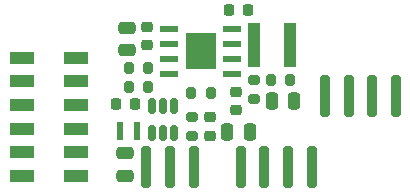
<source format=gbr>
%TF.GenerationSoftware,KiCad,Pcbnew,8.0.4*%
%TF.CreationDate,2024-12-12T19:09:38+08:00*%
%TF.ProjectId,SB-fan-board,53422d66-616e-42d6-926f-6172642e6b69,B0*%
%TF.SameCoordinates,Original*%
%TF.FileFunction,Paste,Top*%
%TF.FilePolarity,Positive*%
%FSLAX46Y46*%
G04 Gerber Fmt 4.6, Leading zero omitted, Abs format (unit mm)*
G04 Created by KiCad (PCBNEW 8.0.4) date 2024-12-12 19:09:38*
%MOMM*%
%LPD*%
G01*
G04 APERTURE LIST*
G04 Aperture macros list*
%AMRoundRect*
0 Rectangle with rounded corners*
0 $1 Rounding radius*
0 $2 $3 $4 $5 $6 $7 $8 $9 X,Y pos of 4 corners*
0 Add a 4 corners polygon primitive as box body*
4,1,4,$2,$3,$4,$5,$6,$7,$8,$9,$2,$3,0*
0 Add four circle primitives for the rounded corners*
1,1,$1+$1,$2,$3*
1,1,$1+$1,$4,$5*
1,1,$1+$1,$6,$7*
1,1,$1+$1,$8,$9*
0 Add four rect primitives between the rounded corners*
20,1,$1+$1,$2,$3,$4,$5,0*
20,1,$1+$1,$4,$5,$6,$7,0*
20,1,$1+$1,$6,$7,$8,$9,0*
20,1,$1+$1,$8,$9,$2,$3,0*%
G04 Aperture macros list end*
%ADD10RoundRect,0.200000X-0.200000X-0.275000X0.200000X-0.275000X0.200000X0.275000X-0.200000X0.275000X0*%
%ADD11R,1.100000X3.700000*%
%ADD12RoundRect,0.200000X-0.275000X0.200000X-0.275000X-0.200000X0.275000X-0.200000X0.275000X0.200000X0*%
%ADD13RoundRect,0.200000X0.200000X1.550000X-0.200000X1.550000X-0.200000X-1.550000X0.200000X-1.550000X0*%
%ADD14RoundRect,0.150000X0.150000X-0.512500X0.150000X0.512500X-0.150000X0.512500X-0.150000X-0.512500X0*%
%ADD15RoundRect,0.225000X-0.225000X-0.250000X0.225000X-0.250000X0.225000X0.250000X-0.225000X0.250000X0*%
%ADD16RoundRect,0.225000X0.225000X0.250000X-0.225000X0.250000X-0.225000X-0.250000X0.225000X-0.250000X0*%
%ADD17RoundRect,0.200000X0.200000X0.275000X-0.200000X0.275000X-0.200000X-0.275000X0.200000X-0.275000X0*%
%ADD18R,0.550000X1.600000*%
%ADD19RoundRect,0.225000X0.250000X-0.225000X0.250000X0.225000X-0.250000X0.225000X-0.250000X-0.225000X0*%
%ADD20RoundRect,0.200000X0.275000X-0.200000X0.275000X0.200000X-0.275000X0.200000X-0.275000X-0.200000X0*%
%ADD21RoundRect,0.250000X-0.475000X0.250000X-0.475000X-0.250000X0.475000X-0.250000X0.475000X0.250000X0*%
%ADD22RoundRect,0.200000X-0.200000X-1.550000X0.200000X-1.550000X0.200000X1.550000X-0.200000X1.550000X0*%
%ADD23R,2.000000X1.000000*%
%ADD24RoundRect,0.250000X0.250000X0.475000X-0.250000X0.475000X-0.250000X-0.475000X0.250000X-0.475000X0*%
%ADD25RoundRect,0.250000X-0.250000X-0.475000X0.250000X-0.475000X0.250000X0.475000X-0.250000X0.475000X0*%
%ADD26RoundRect,0.250000X0.475000X-0.250000X0.475000X0.250000X-0.475000X0.250000X-0.475000X-0.250000X0*%
%ADD27RoundRect,0.225000X-0.250000X0.225000X-0.250000X-0.225000X0.250000X-0.225000X0.250000X0.225000X0*%
%ADD28R,2.600000X3.100000*%
%ADD29R,1.550000X0.600000*%
G04 APERTURE END LIST*
D10*
%TO.C,R2*%
X165115000Y-78840000D03*
X166765000Y-78840000D03*
%TD*%
D11*
%TO.C,L1*%
X163740000Y-75860000D03*
X166740000Y-75860000D03*
%TD*%
D12*
%TO.C,R3*%
X163680000Y-78775000D03*
X163680000Y-80425000D03*
%TD*%
D13*
%TO.C,J2*%
X168600000Y-86147127D03*
X166600000Y-86147127D03*
X164600000Y-86147127D03*
X162600000Y-86147127D03*
%TD*%
D14*
%TO.C,U2*%
X155080001Y-83307500D03*
X156030000Y-83307500D03*
X156979999Y-83307500D03*
X156979999Y-81032500D03*
X156030000Y-81032500D03*
X155080001Y-81032500D03*
%TD*%
D15*
%TO.C,C1*%
X161640000Y-72860000D03*
X163190000Y-72860000D03*
%TD*%
D16*
%TO.C,C6*%
X153625000Y-80850000D03*
X152075000Y-80850000D03*
%TD*%
D10*
%TO.C,R1*%
X153125000Y-77750000D03*
X154775000Y-77750000D03*
%TD*%
%TO.C,R6*%
X158415000Y-79900000D03*
X160065000Y-79900000D03*
%TD*%
D13*
%TO.C,J3*%
X158600000Y-86126727D03*
X156600000Y-86126727D03*
X154600000Y-86126727D03*
%TD*%
D17*
%TO.C,R5*%
X154765000Y-79360000D03*
X153115000Y-79360000D03*
%TD*%
D18*
%TO.C,L2*%
X153804999Y-83150000D03*
X152355001Y-83150000D03*
%TD*%
D19*
%TO.C,C8*%
X159960000Y-83515000D03*
X159960000Y-81965000D03*
%TD*%
D20*
%TO.C,R4*%
X158470000Y-83570000D03*
X158470000Y-81920000D03*
%TD*%
D21*
%TO.C,C9*%
X152810000Y-85000001D03*
X152810000Y-86899999D03*
%TD*%
D22*
%TO.C,J1*%
X169750000Y-80139600D03*
X171750000Y-80139600D03*
X173750000Y-80139600D03*
X175750000Y-80139600D03*
%TD*%
D23*
%TO.C,J4*%
X144041000Y-86929000D03*
X148641000Y-86929000D03*
X144041000Y-84929000D03*
X148641000Y-84929000D03*
X144041000Y-82929000D03*
X148641000Y-82929000D03*
X144041000Y-80929000D03*
X148641000Y-80929000D03*
X144041000Y-78929000D03*
X148641000Y-78929000D03*
X144041000Y-76929000D03*
X148641000Y-76929000D03*
%TD*%
D24*
%TO.C,C4*%
X167100000Y-80570000D03*
X165200002Y-80570000D03*
%TD*%
D25*
%TO.C,C7*%
X161440001Y-83230000D03*
X163339999Y-83230000D03*
%TD*%
D26*
%TO.C,C2*%
X152970000Y-76270000D03*
X152970000Y-74370000D03*
%TD*%
D27*
%TO.C,C5*%
X162200000Y-79835000D03*
X162200000Y-81385000D03*
%TD*%
D19*
%TO.C,C3*%
X154690000Y-75870000D03*
X154690000Y-74320000D03*
%TD*%
D28*
%TO.C,U1*%
X159190000Y-76365000D03*
D29*
X156490000Y-74460000D03*
X156490000Y-75730000D03*
X156490000Y-77000000D03*
X156490000Y-78270000D03*
X161890000Y-78270000D03*
X161890000Y-77000000D03*
X161890000Y-75730000D03*
X161890000Y-74460000D03*
%TD*%
M02*

</source>
